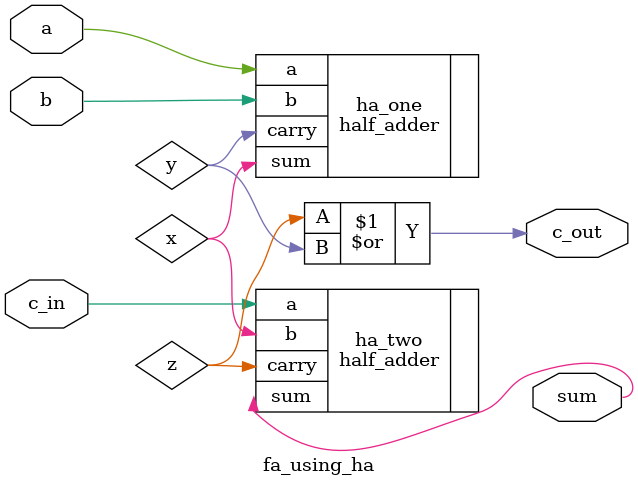
<source format=v>
`timescale 1ns / 1ps


module fa_using_ha(a, b, c_in, sum, c_out);
    input a, b, c_in;
    output sum, c_out;
    
    wire x, y, z;
    
    half_adder ha_one(.a(a), .b(b), .sum(x), .carry(y));
    half_adder ha_two(.a(c_in), .b(x), .sum(sum), .carry(z));
    
    assign c_out = (z | y);
endmodule

</source>
